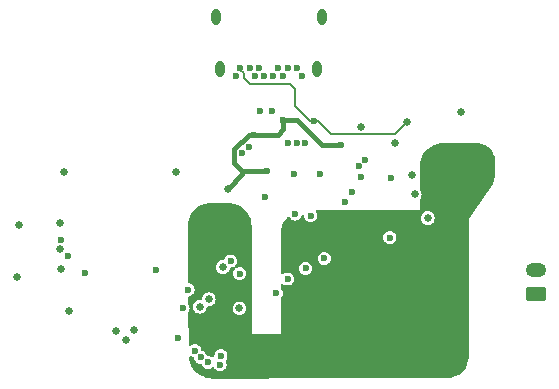
<source format=gbr>
%TF.GenerationSoftware,KiCad,Pcbnew,8.0.2*%
%TF.CreationDate,2025-05-18T14:56:39-07:00*%
%TF.ProjectId,PGS_USBW_Board,5047535f-5553-4425-975f-426f6172642e,rev?*%
%TF.SameCoordinates,Original*%
%TF.FileFunction,Copper,L3,Inr*%
%TF.FilePolarity,Positive*%
%FSLAX46Y46*%
G04 Gerber Fmt 4.6, Leading zero omitted, Abs format (unit mm)*
G04 Created by KiCad (PCBNEW 8.0.2) date 2025-05-18 14:56:39*
%MOMM*%
%LPD*%
G01*
G04 APERTURE LIST*
G04 Aperture macros list*
%AMRoundRect*
0 Rectangle with rounded corners*
0 $1 Rounding radius*
0 $2 $3 $4 $5 $6 $7 $8 $9 X,Y pos of 4 corners*
0 Add a 4 corners polygon primitive as box body*
4,1,4,$2,$3,$4,$5,$6,$7,$8,$9,$2,$3,0*
0 Add four circle primitives for the rounded corners*
1,1,$1+$1,$2,$3*
1,1,$1+$1,$4,$5*
1,1,$1+$1,$6,$7*
1,1,$1+$1,$8,$9*
0 Add four rect primitives between the rounded corners*
20,1,$1+$1,$2,$3,$4,$5,0*
20,1,$1+$1,$4,$5,$6,$7,0*
20,1,$1+$1,$6,$7,$8,$9,0*
20,1,$1+$1,$8,$9,$2,$3,0*%
G04 Aperture macros list end*
%TA.AperFunction,ComponentPad*%
%ADD10O,1.750000X1.200000*%
%TD*%
%TA.AperFunction,ComponentPad*%
%ADD11RoundRect,0.250000X0.625000X-0.350000X0.625000X0.350000X-0.625000X0.350000X-0.625000X-0.350000X0*%
%TD*%
%TA.AperFunction,ComponentPad*%
%ADD12C,0.600000*%
%TD*%
%TA.AperFunction,ComponentPad*%
%ADD13O,0.800000X1.400000*%
%TD*%
%TA.AperFunction,ViaPad*%
%ADD14C,0.600000*%
%TD*%
%TA.AperFunction,ViaPad*%
%ADD15C,0.650000*%
%TD*%
%TA.AperFunction,ViaPad*%
%ADD16C,1.000000*%
%TD*%
%TA.AperFunction,Conductor*%
%ADD17C,0.450000*%
%TD*%
%TA.AperFunction,Conductor*%
%ADD18C,0.200000*%
%TD*%
G04 APERTURE END LIST*
D10*
%TO.N,BATTERY_POS*%
%TO.C,J4*%
X89670000Y-39950000D03*
D11*
%TO.N,GND*%
X89670000Y-41950000D03*
%TD*%
D12*
%TO.N,GND*%
%TO.C,J2*%
X64274998Y-23511124D03*
%TO.N,+3.3V_PRE*%
X64674998Y-22811124D03*
%TO.N,N_CLOCK*%
X65474998Y-22811124D03*
%TO.N,VBUS_PRE*%
X65874998Y-23511124D03*
%TO.N,Net-(J2-CC2)*%
X66274998Y-22811124D03*
%TO.N,D+*%
X66674998Y-23511124D03*
%TO.N,D-*%
X67474998Y-23511124D03*
%TO.N,unconnected-(J2-SBU2-PadB8)*%
X67874998Y-22811124D03*
%TO.N,VBUS_PRE*%
X68274998Y-23511124D03*
%TO.N,N_LATCH*%
X68674998Y-22811124D03*
%TO.N,N_DATA*%
X69474998Y-22811124D03*
%TO.N,GND*%
X69874998Y-23511124D03*
D13*
X71204998Y-22921124D03*
X62944998Y-22921124D03*
X62584998Y-18521124D03*
X71564998Y-18521124D03*
%TD*%
D14*
%TO.N,N_LATCH_3.3*%
X70200000Y-39775000D03*
X61325000Y-47300000D03*
%TO.N,N_CLOCK_3.3*%
X68675000Y-40675000D03*
X60825000Y-46750000D03*
D15*
%TO.N,+3V3*%
X85200000Y-31730000D03*
D16*
X65000000Y-42100000D03*
D14*
X75075000Y-37250000D03*
D16*
X63400000Y-35025000D03*
D14*
X70950000Y-38775000D03*
D15*
X84620000Y-33090000D03*
D14*
%TO.N,WL_CLK*%
X50050000Y-38725000D03*
X60250000Y-41575000D03*
%TO.N,D-*%
X67350000Y-26450000D03*
D15*
%TO.N,GND*%
X54990000Y-45880000D03*
X55710000Y-44990000D03*
X45780000Y-40510000D03*
D14*
X71425000Y-31825000D03*
D15*
X49740000Y-31600000D03*
X59220000Y-31610000D03*
D14*
X66725000Y-33750000D03*
D15*
X64600000Y-43150000D03*
X49510000Y-39820000D03*
X79450000Y-33520000D03*
D14*
X73530000Y-34140000D03*
D15*
X61240000Y-43030000D03*
X77750000Y-29125000D03*
X54190000Y-45090000D03*
D14*
X77450000Y-32125000D03*
D15*
X74920000Y-27780000D03*
X49440000Y-35950000D03*
D14*
X70630000Y-35310000D03*
D15*
X45930000Y-36090000D03*
X62000000Y-42400000D03*
D14*
X67730000Y-41880000D03*
X74850000Y-32050000D03*
X69200000Y-31825000D03*
%TO.N,N_DATA_3.3*%
X71775000Y-38925000D03*
X61950000Y-47725000D03*
%TO.N,BTN_PWR*%
X77332536Y-37182766D03*
X59400000Y-45650000D03*
%TO.N,I2C1_SCL*%
X62950000Y-47925000D03*
X75200000Y-30575000D03*
%TO.N,WL_D*%
X49525000Y-37375000D03*
X63850000Y-39150000D03*
D15*
X50150000Y-43425000D03*
D14*
%TO.N,I2C1_SDA*%
X74700000Y-31100000D03*
X63025000Y-47175000D03*
%TO.N,WL_ON*%
X64625000Y-40225000D03*
X57500000Y-39950000D03*
%TO.N,WL_CS*%
X59825000Y-43150000D03*
X51500000Y-40150000D03*
%TO.N,D+*%
X66350000Y-26450000D03*
%TO.N,VBUS_PRE*%
X68300000Y-27250000D03*
D15*
X63650000Y-33025000D03*
D14*
X66931705Y-31531926D03*
X73226839Y-29326195D03*
X65858902Y-28447463D03*
%TO.N,+3.3V_PRE*%
X70878732Y-27265074D03*
D15*
X78800000Y-27350000D03*
D14*
%TO.N,N_DATA*%
X64850000Y-30000000D03*
X70188400Y-29193512D03*
%TO.N,N_LATCH*%
X65372391Y-29497588D03*
X69438400Y-29193512D03*
%TO.N,N_CLOCK*%
X68688400Y-29193512D03*
D15*
%TO.N,VBUS_SYS*%
X80550000Y-35525000D03*
X79175000Y-31875000D03*
X83350000Y-26500000D03*
D14*
%TO.N,SHARED_PU*%
X74135268Y-33319448D03*
X69322351Y-35183614D03*
D15*
%TO.N,Net-(P1A-DO)*%
X63200000Y-39675000D03*
X49375000Y-38175000D03*
%TD*%
D17*
%TO.N,VBUS_PRE*%
X65858902Y-28447463D02*
X67852537Y-28447463D01*
X69480000Y-27250000D02*
X68300000Y-27250000D01*
X64856926Y-31531926D02*
X66931705Y-31531926D01*
X64175000Y-30850000D02*
X64856926Y-31531926D01*
X68300000Y-28000000D02*
X68300000Y-27250000D01*
X65858902Y-28447463D02*
X65377537Y-28447463D01*
X71556195Y-29326195D02*
X69480000Y-27250000D01*
X64175000Y-29650000D02*
X64175000Y-30850000D01*
X67852537Y-28447463D02*
X68300000Y-28000000D01*
X64856926Y-31531926D02*
X64856926Y-31818074D01*
X65377537Y-28447463D02*
X64175000Y-29650000D01*
X73226839Y-29326195D02*
X71556195Y-29326195D01*
X64856926Y-31818074D02*
X63650000Y-33025000D01*
D18*
%TO.N,+3.3V_PRE*%
X65000000Y-23675000D02*
X65000000Y-23275000D01*
X65459933Y-24134933D02*
X65000000Y-23675000D01*
X69325000Y-26050000D02*
X69325000Y-24575000D01*
X64674998Y-22949998D02*
X64674998Y-22811124D01*
X70540074Y-27265074D02*
X69325000Y-26050000D01*
X71259118Y-27265074D02*
X72369044Y-28375000D01*
X65000000Y-23275000D02*
X64674998Y-22949998D01*
X77775000Y-28375000D02*
X78800000Y-27350000D01*
X70878732Y-27265074D02*
X71259118Y-27265074D01*
X70878732Y-27265074D02*
X70540074Y-27265074D01*
X72369044Y-28375000D02*
X77775000Y-28375000D01*
X68884933Y-24134933D02*
X65459933Y-24134933D01*
X69325000Y-24575000D02*
X68884933Y-24134933D01*
%TD*%
%TA.AperFunction,Conductor*%
%TO.N,+3V3*%
G36*
X84667353Y-29150381D02*
G01*
X84905027Y-29169087D01*
X84924237Y-29172130D01*
X85151308Y-29226644D01*
X85169799Y-29232652D01*
X85340825Y-29303494D01*
X85385545Y-29322018D01*
X85402882Y-29330852D01*
X85601985Y-29452862D01*
X85617718Y-29464292D01*
X85795301Y-29615962D01*
X85809037Y-29629698D01*
X85960705Y-29807279D01*
X85972137Y-29823014D01*
X86094147Y-30022117D01*
X86102981Y-30039454D01*
X86192344Y-30255193D01*
X86198357Y-30273699D01*
X86252868Y-30500758D01*
X86255912Y-30519976D01*
X86274618Y-30757646D01*
X86275000Y-30767375D01*
X86275000Y-31735790D01*
X86274635Y-31745303D01*
X86252188Y-32037020D01*
X86249277Y-32055822D01*
X86183559Y-32336013D01*
X86177806Y-32354150D01*
X86069996Y-32620986D01*
X86061536Y-32638027D01*
X85911725Y-32889337D01*
X85906540Y-32897322D01*
X84369244Y-35076563D01*
X84369239Y-35076572D01*
X84369232Y-35076582D01*
X84000000Y-35600000D01*
X84033195Y-41574999D01*
X84063807Y-47085295D01*
X84063538Y-47094172D01*
X84045515Y-47366515D01*
X84043079Y-47384096D01*
X83987280Y-47646733D01*
X83982358Y-47663787D01*
X83889636Y-47915758D01*
X83882330Y-47931934D01*
X83754579Y-48168091D01*
X83745037Y-48183059D01*
X83584882Y-48398548D01*
X83573302Y-48412000D01*
X83384011Y-48602425D01*
X83370628Y-48614085D01*
X83156103Y-48775522D01*
X83141194Y-48785153D01*
X82905807Y-48914313D01*
X82889674Y-48921716D01*
X82638260Y-49015943D01*
X82621236Y-49020967D01*
X82358937Y-49078335D01*
X82341370Y-49080876D01*
X82069140Y-49100525D01*
X82060265Y-49100847D01*
X74414732Y-49104065D01*
X71877320Y-49105134D01*
X62308508Y-49109162D01*
X62299748Y-49108854D01*
X62171884Y-49099810D01*
X62029726Y-49089755D01*
X62012299Y-49087270D01*
X61752029Y-49031062D01*
X61735131Y-49026134D01*
X61485450Y-48933642D01*
X61469419Y-48926371D01*
X61235352Y-48799458D01*
X61220513Y-48789991D01*
X61006764Y-48631205D01*
X60993414Y-48619731D01*
X60804314Y-48432289D01*
X60792724Y-48419042D01*
X60687710Y-48280250D01*
X60632060Y-48206699D01*
X60622470Y-48191957D01*
X60493489Y-47958998D01*
X60486082Y-47943041D01*
X60481804Y-47931798D01*
X60391395Y-47694184D01*
X60386319Y-47677330D01*
X60327820Y-47417563D01*
X60325182Y-47400168D01*
X60318500Y-47316222D01*
X60332803Y-47247835D01*
X60381810Y-47198035D01*
X60449962Y-47182635D01*
X60515620Y-47206525D01*
X60517595Y-47208010D01*
X60547375Y-47230861D01*
X60681291Y-47286330D01*
X60681292Y-47286330D01*
X60689143Y-47288434D01*
X60688355Y-47291371D01*
X60739012Y-47313762D01*
X60777501Y-47372075D01*
X60781898Y-47392273D01*
X60788670Y-47443707D01*
X60788671Y-47443712D01*
X60844137Y-47577622D01*
X60844138Y-47577624D01*
X60844139Y-47577625D01*
X60932379Y-47692621D01*
X61047375Y-47780861D01*
X61181291Y-47836330D01*
X61325000Y-47855250D01*
X61325241Y-47855250D01*
X61325436Y-47855307D01*
X61333059Y-47856311D01*
X61332902Y-47857499D01*
X61392280Y-47874935D01*
X61438035Y-47927739D01*
X61439802Y-47931798D01*
X61469137Y-48002622D01*
X61469138Y-48002624D01*
X61469139Y-48002625D01*
X61557379Y-48117621D01*
X61672375Y-48205861D01*
X61806291Y-48261330D01*
X61933280Y-48278048D01*
X61949999Y-48280250D01*
X61950000Y-48280250D01*
X61950001Y-48280250D01*
X61964977Y-48278278D01*
X62093709Y-48261330D01*
X62227625Y-48205861D01*
X62284110Y-48162517D01*
X62349279Y-48137323D01*
X62417724Y-48151361D01*
X62464180Y-48196185D01*
X62464192Y-48196177D01*
X62464251Y-48196254D01*
X62466983Y-48198890D01*
X62469138Y-48202623D01*
X62469139Y-48202625D01*
X62557379Y-48317621D01*
X62672375Y-48405861D01*
X62806291Y-48461330D01*
X62933280Y-48478048D01*
X62949999Y-48480250D01*
X62950000Y-48480250D01*
X62950001Y-48480250D01*
X62964977Y-48478278D01*
X63093709Y-48461330D01*
X63227625Y-48405861D01*
X63342621Y-48317621D01*
X63430861Y-48202625D01*
X63486330Y-48068709D01*
X63505250Y-47925000D01*
X63486330Y-47781291D01*
X63432161Y-47650515D01*
X63424693Y-47581047D01*
X63448348Y-47527577D01*
X63505860Y-47452626D01*
X63505859Y-47452626D01*
X63505861Y-47452625D01*
X63561330Y-47318709D01*
X63580250Y-47175000D01*
X63561330Y-47031291D01*
X63505861Y-46897375D01*
X63417621Y-46782379D01*
X63302625Y-46694139D01*
X63302624Y-46694138D01*
X63302622Y-46694137D01*
X63168712Y-46638671D01*
X63168710Y-46638670D01*
X63168709Y-46638670D01*
X63096854Y-46629210D01*
X63025001Y-46619750D01*
X63024999Y-46619750D01*
X62881291Y-46638670D01*
X62881287Y-46638671D01*
X62747377Y-46694137D01*
X62632379Y-46782379D01*
X62544137Y-46897377D01*
X62488671Y-47031287D01*
X62488670Y-47031291D01*
X62469750Y-47174999D01*
X62469750Y-47178481D01*
X62468918Y-47181311D01*
X62468689Y-47183058D01*
X62468416Y-47183022D01*
X62450065Y-47245520D01*
X62397261Y-47291275D01*
X62328103Y-47301219D01*
X62270264Y-47276857D01*
X62227625Y-47244139D01*
X62227623Y-47244138D01*
X62093712Y-47188671D01*
X62093710Y-47188670D01*
X62093709Y-47188670D01*
X61989877Y-47175000D01*
X61950001Y-47169750D01*
X61949760Y-47169750D01*
X61949564Y-47169692D01*
X61941942Y-47168689D01*
X61942098Y-47167500D01*
X61882721Y-47150065D01*
X61836966Y-47097261D01*
X61835199Y-47093203D01*
X61809552Y-47031287D01*
X61805861Y-47022375D01*
X61717621Y-46907379D01*
X61602625Y-46819139D01*
X61602624Y-46819138D01*
X61602622Y-46819137D01*
X61468708Y-46763669D01*
X61460858Y-46761566D01*
X61461643Y-46758636D01*
X61410951Y-46736206D01*
X61372484Y-46677879D01*
X61368102Y-46657731D01*
X61361330Y-46606291D01*
X61305861Y-46472375D01*
X61217621Y-46357379D01*
X61102625Y-46269139D01*
X61102624Y-46269138D01*
X61102622Y-46269137D01*
X60968712Y-46213671D01*
X60968710Y-46213670D01*
X60968709Y-46213670D01*
X60896854Y-46204210D01*
X60825001Y-46194750D01*
X60824999Y-46194750D01*
X60681291Y-46213670D01*
X60681287Y-46213671D01*
X60547377Y-46269137D01*
X60526809Y-46284919D01*
X60495167Y-46309199D01*
X60430000Y-46334393D01*
X60361555Y-46320355D01*
X60311565Y-46271541D01*
X60295686Y-46211863D01*
X60273049Y-43513518D01*
X60292170Y-43446321D01*
X60298653Y-43437017D01*
X60305861Y-43427625D01*
X60361330Y-43293709D01*
X60380250Y-43150000D01*
X60364451Y-43029999D01*
X60659534Y-43029999D01*
X60659534Y-43030000D01*
X60679312Y-43180234D01*
X60679313Y-43180236D01*
X60726316Y-43293712D01*
X60737302Y-43320233D01*
X60829549Y-43440451D01*
X60949767Y-43532698D01*
X61089764Y-43590687D01*
X61164882Y-43600576D01*
X61239999Y-43610466D01*
X61240000Y-43610466D01*
X61240001Y-43610466D01*
X61290078Y-43603873D01*
X61390236Y-43590687D01*
X61530233Y-43532698D01*
X61650451Y-43440451D01*
X61742698Y-43320233D01*
X61800687Y-43180236D01*
X61804668Y-43149999D01*
X64019534Y-43149999D01*
X64019534Y-43150000D01*
X64039312Y-43300234D01*
X64039313Y-43300236D01*
X64095958Y-43436990D01*
X64097302Y-43440233D01*
X64189549Y-43560451D01*
X64309767Y-43652698D01*
X64449764Y-43710687D01*
X64524882Y-43720576D01*
X64599999Y-43730466D01*
X64600000Y-43730466D01*
X64600001Y-43730466D01*
X64650078Y-43723873D01*
X64750236Y-43710687D01*
X64890233Y-43652698D01*
X65010451Y-43560451D01*
X65102698Y-43440233D01*
X65160687Y-43300236D01*
X65180466Y-43150000D01*
X65160687Y-42999764D01*
X65102698Y-42859767D01*
X65010451Y-42739549D01*
X64890233Y-42647302D01*
X64890229Y-42647300D01*
X64750236Y-42589313D01*
X64750234Y-42589312D01*
X64600001Y-42569534D01*
X64599999Y-42569534D01*
X64449765Y-42589312D01*
X64449763Y-42589313D01*
X64309770Y-42647300D01*
X64309767Y-42647301D01*
X64309767Y-42647302D01*
X64189549Y-42739549D01*
X64135145Y-42810450D01*
X64097300Y-42859770D01*
X64039313Y-42999763D01*
X64039312Y-42999765D01*
X64019534Y-43149999D01*
X61804668Y-43149999D01*
X61813750Y-43081012D01*
X61842015Y-43017119D01*
X61900339Y-42978647D01*
X61952871Y-42974261D01*
X62000000Y-42980466D01*
X62150236Y-42960687D01*
X62290233Y-42902698D01*
X62410451Y-42810451D01*
X62502698Y-42690233D01*
X62560687Y-42550236D01*
X62580466Y-42400000D01*
X62560687Y-42249764D01*
X62502698Y-42109767D01*
X62410451Y-41989549D01*
X62290233Y-41897302D01*
X62290229Y-41897300D01*
X62150236Y-41839313D01*
X62150234Y-41839312D01*
X62000001Y-41819534D01*
X61999999Y-41819534D01*
X61849765Y-41839312D01*
X61849763Y-41839313D01*
X61709770Y-41897300D01*
X61589549Y-41989549D01*
X61497300Y-42109770D01*
X61439313Y-42249763D01*
X61439313Y-42249764D01*
X61426250Y-42348985D01*
X61397983Y-42412881D01*
X61339659Y-42451352D01*
X61287126Y-42455738D01*
X61240001Y-42449534D01*
X61239999Y-42449534D01*
X61089765Y-42469312D01*
X61089763Y-42469313D01*
X60949770Y-42527300D01*
X60949767Y-42527301D01*
X60949767Y-42527302D01*
X60829549Y-42619549D01*
X60737470Y-42739549D01*
X60737300Y-42739770D01*
X60679313Y-42879763D01*
X60679312Y-42879765D01*
X60659534Y-43029999D01*
X60364451Y-43029999D01*
X60361330Y-43006291D01*
X60305861Y-42872375D01*
X60292519Y-42854987D01*
X60267325Y-42789821D01*
X60266900Y-42780572D01*
X60262352Y-42238404D01*
X60281473Y-42171206D01*
X60333891Y-42125010D01*
X60370154Y-42114431D01*
X60393709Y-42111330D01*
X60527625Y-42055861D01*
X60642621Y-41967621D01*
X60730861Y-41852625D01*
X60786330Y-41718709D01*
X60805250Y-41575000D01*
X60786330Y-41431291D01*
X60730861Y-41297375D01*
X60642621Y-41182379D01*
X60527625Y-41094139D01*
X60527624Y-41094138D01*
X60527622Y-41094137D01*
X60393712Y-41038671D01*
X60393710Y-41038670D01*
X60393709Y-41038670D01*
X60359034Y-41034104D01*
X60295138Y-41005838D01*
X60256668Y-40947513D01*
X60251226Y-40912214D01*
X60240847Y-39674999D01*
X62619534Y-39674999D01*
X62619534Y-39675000D01*
X62639312Y-39825234D01*
X62639313Y-39825236D01*
X62689905Y-39947377D01*
X62697302Y-39965233D01*
X62789549Y-40085451D01*
X62909767Y-40177698D01*
X63049764Y-40235687D01*
X63124882Y-40245576D01*
X63199999Y-40255466D01*
X63200000Y-40255466D01*
X63200001Y-40255466D01*
X63250078Y-40248873D01*
X63350236Y-40235687D01*
X63490233Y-40177698D01*
X63610451Y-40085451D01*
X63702698Y-39965233D01*
X63760687Y-39825236D01*
X63762767Y-39809434D01*
X63791033Y-39745538D01*
X63849357Y-39707066D01*
X63869518Y-39702680D01*
X63993709Y-39686330D01*
X64080318Y-39650455D01*
X64149784Y-39642987D01*
X64212264Y-39674262D01*
X64247916Y-39734351D01*
X64245423Y-39804176D01*
X64226144Y-39840503D01*
X64144139Y-39947374D01*
X64144138Y-39947376D01*
X64088671Y-40081287D01*
X64088670Y-40081291D01*
X64069750Y-40224999D01*
X64069750Y-40225000D01*
X64088670Y-40368708D01*
X64088671Y-40368712D01*
X64144137Y-40502622D01*
X64144138Y-40502624D01*
X64144139Y-40502625D01*
X64232379Y-40617621D01*
X64347375Y-40705861D01*
X64481291Y-40761330D01*
X64608280Y-40778048D01*
X64624999Y-40780250D01*
X64625000Y-40780250D01*
X64625001Y-40780250D01*
X64639977Y-40778278D01*
X64768709Y-40761330D01*
X64902625Y-40705861D01*
X65017621Y-40617621D01*
X65105861Y-40502625D01*
X65161330Y-40368709D01*
X65180250Y-40225000D01*
X65161330Y-40081291D01*
X65105861Y-39947375D01*
X65017621Y-39832379D01*
X64902625Y-39744139D01*
X64902624Y-39744138D01*
X64902622Y-39744137D01*
X64768712Y-39688671D01*
X64768710Y-39688670D01*
X64768709Y-39688670D01*
X64664877Y-39675000D01*
X64625001Y-39669750D01*
X64624999Y-39669750D01*
X64481293Y-39688669D01*
X64464232Y-39695736D01*
X64394681Y-39724544D01*
X64325213Y-39732012D01*
X64262734Y-39700736D01*
X64227082Y-39640647D01*
X64229577Y-39570822D01*
X64248856Y-39534495D01*
X64277340Y-39497375D01*
X64330861Y-39427625D01*
X64386330Y-39293709D01*
X64405250Y-39150000D01*
X64386330Y-39006291D01*
X64330861Y-38872375D01*
X64242621Y-38757379D01*
X64127625Y-38669139D01*
X64127624Y-38669138D01*
X64127622Y-38669137D01*
X63993712Y-38613671D01*
X63993710Y-38613670D01*
X63993709Y-38613670D01*
X63921854Y-38604210D01*
X63850001Y-38594750D01*
X63849999Y-38594750D01*
X63706291Y-38613670D01*
X63706287Y-38613671D01*
X63572377Y-38669137D01*
X63457379Y-38757379D01*
X63369137Y-38872377D01*
X63310560Y-39013799D01*
X63308390Y-39012900D01*
X63278285Y-39062290D01*
X63215437Y-39092818D01*
X63208052Y-39093434D01*
X63208058Y-39093473D01*
X63049764Y-39114313D01*
X63049763Y-39114313D01*
X62909770Y-39172300D01*
X62909767Y-39172301D01*
X62909767Y-39172302D01*
X62789549Y-39264549D01*
X62699135Y-39382379D01*
X62697300Y-39384770D01*
X62639313Y-39524763D01*
X62639312Y-39524765D01*
X62619534Y-39674999D01*
X60240847Y-39674999D01*
X60211956Y-36231216D01*
X60212201Y-36222330D01*
X60213264Y-36205581D01*
X60229528Y-35949369D01*
X60231925Y-35931749D01*
X60231936Y-35931696D01*
X60287211Y-35668432D01*
X60292100Y-35651352D01*
X60384491Y-35398649D01*
X60391773Y-35382443D01*
X60519369Y-35145557D01*
X60528890Y-35130565D01*
X60689072Y-34914363D01*
X60700651Y-34900878D01*
X60890092Y-34709840D01*
X60903490Y-34698140D01*
X61118326Y-34536163D01*
X61133255Y-34526504D01*
X61369053Y-34396931D01*
X61385193Y-34389515D01*
X61637122Y-34295002D01*
X61654152Y-34289974D01*
X61917008Y-34232478D01*
X61934591Y-34229936D01*
X62207413Y-34210319D01*
X62216306Y-34210000D01*
X63620572Y-34210000D01*
X63629418Y-34210316D01*
X63900790Y-34229724D01*
X63918291Y-34232241D01*
X64179803Y-34289129D01*
X64196762Y-34294108D01*
X64447524Y-34387638D01*
X64463616Y-34394987D01*
X64698501Y-34523244D01*
X64713375Y-34532802D01*
X64927624Y-34693188D01*
X64940994Y-34704774D01*
X65130225Y-34894005D01*
X65141811Y-34907375D01*
X65210765Y-34999487D01*
X65302193Y-35121619D01*
X65311758Y-35136503D01*
X65440011Y-35371382D01*
X65447361Y-35387475D01*
X65540888Y-35638229D01*
X65545872Y-35655205D01*
X65602757Y-35916702D01*
X65605275Y-35934214D01*
X65624684Y-36205581D01*
X65625000Y-36214427D01*
X65625000Y-45335000D01*
X68100000Y-45325000D01*
X68107103Y-42334635D01*
X68126945Y-42267650D01*
X68132700Y-42259485D01*
X68210861Y-42157625D01*
X68266330Y-42023709D01*
X68285250Y-41880000D01*
X68266330Y-41736291D01*
X68210861Y-41602375D01*
X68134879Y-41503354D01*
X68109686Y-41438186D01*
X68109257Y-41427613D01*
X68109830Y-41186365D01*
X68129673Y-41119379D01*
X68182586Y-41073750D01*
X68251768Y-41063970D01*
X68309314Y-41088289D01*
X68397375Y-41155861D01*
X68531291Y-41211330D01*
X68658280Y-41228048D01*
X68674999Y-41230250D01*
X68675000Y-41230250D01*
X68675001Y-41230250D01*
X68689977Y-41228278D01*
X68818709Y-41211330D01*
X68952625Y-41155861D01*
X69067621Y-41067621D01*
X69155861Y-40952625D01*
X69211330Y-40818709D01*
X69230250Y-40675000D01*
X69211330Y-40531291D01*
X69155861Y-40397375D01*
X69067621Y-40282379D01*
X68952625Y-40194139D01*
X68952624Y-40194138D01*
X68952622Y-40194137D01*
X68818712Y-40138671D01*
X68818710Y-40138670D01*
X68818709Y-40138670D01*
X68746854Y-40129210D01*
X68675001Y-40119750D01*
X68674999Y-40119750D01*
X68531291Y-40138670D01*
X68531287Y-40138671D01*
X68397376Y-40194138D01*
X68397374Y-40194139D01*
X68311750Y-40259841D01*
X68246581Y-40285035D01*
X68178136Y-40270997D01*
X68128147Y-40222182D01*
X68112265Y-40161176D01*
X68113182Y-39774999D01*
X69644750Y-39774999D01*
X69644750Y-39775000D01*
X69663670Y-39918708D01*
X69663671Y-39918712D01*
X69719137Y-40052622D01*
X69719138Y-40052624D01*
X69719139Y-40052625D01*
X69807379Y-40167621D01*
X69922375Y-40255861D01*
X69922376Y-40255861D01*
X69922377Y-40255862D01*
X69958917Y-40270997D01*
X70056291Y-40311330D01*
X70183280Y-40328048D01*
X70199999Y-40330250D01*
X70200000Y-40330250D01*
X70200001Y-40330250D01*
X70214977Y-40328278D01*
X70343709Y-40311330D01*
X70477625Y-40255861D01*
X70592621Y-40167621D01*
X70680861Y-40052625D01*
X70736330Y-39918709D01*
X70755250Y-39775000D01*
X70736330Y-39631291D01*
X70680861Y-39497375D01*
X70592621Y-39382379D01*
X70477625Y-39294139D01*
X70477624Y-39294138D01*
X70477622Y-39294137D01*
X70343712Y-39238671D01*
X70343710Y-39238670D01*
X70343709Y-39238670D01*
X70271854Y-39229210D01*
X70200001Y-39219750D01*
X70199999Y-39219750D01*
X70056291Y-39238670D01*
X70056287Y-39238671D01*
X69922377Y-39294137D01*
X69807379Y-39382379D01*
X69719137Y-39497377D01*
X69663671Y-39631287D01*
X69663670Y-39631291D01*
X69644750Y-39774999D01*
X68113182Y-39774999D01*
X68115201Y-38925000D01*
X71219750Y-38925000D01*
X71231322Y-39012900D01*
X71238670Y-39068708D01*
X71238671Y-39068712D01*
X71294137Y-39202622D01*
X71294138Y-39202624D01*
X71294139Y-39202625D01*
X71382379Y-39317621D01*
X71497375Y-39405861D01*
X71631291Y-39461330D01*
X71758280Y-39478048D01*
X71774999Y-39480250D01*
X71775000Y-39480250D01*
X71775001Y-39480250D01*
X71789977Y-39478278D01*
X71918709Y-39461330D01*
X72052625Y-39405861D01*
X72167621Y-39317621D01*
X72255861Y-39202625D01*
X72311330Y-39068709D01*
X72330250Y-38925000D01*
X72311330Y-38781291D01*
X72255861Y-38647375D01*
X72167621Y-38532379D01*
X72052625Y-38444139D01*
X72052624Y-38444138D01*
X72052622Y-38444137D01*
X71918712Y-38388671D01*
X71918710Y-38388670D01*
X71918709Y-38388670D01*
X71846854Y-38379210D01*
X71775001Y-38369750D01*
X71774999Y-38369750D01*
X71631291Y-38388670D01*
X71631287Y-38388671D01*
X71497377Y-38444137D01*
X71382379Y-38532379D01*
X71294137Y-38647377D01*
X71238671Y-38781287D01*
X71238670Y-38781291D01*
X71219750Y-38925000D01*
X68115201Y-38925000D01*
X68119340Y-37182765D01*
X76777286Y-37182765D01*
X76777286Y-37182766D01*
X76796206Y-37326474D01*
X76796207Y-37326478D01*
X76851673Y-37460388D01*
X76851674Y-37460390D01*
X76851675Y-37460391D01*
X76939915Y-37575387D01*
X77054911Y-37663627D01*
X77188827Y-37719096D01*
X77315816Y-37735814D01*
X77332535Y-37738016D01*
X77332536Y-37738016D01*
X77332537Y-37738016D01*
X77347513Y-37736044D01*
X77476245Y-37719096D01*
X77610161Y-37663627D01*
X77725157Y-37575387D01*
X77813397Y-37460391D01*
X77868866Y-37326475D01*
X77887786Y-37182766D01*
X77868866Y-37039057D01*
X77813397Y-36905141D01*
X77725157Y-36790145D01*
X77610161Y-36701905D01*
X77610160Y-36701904D01*
X77610158Y-36701903D01*
X77476248Y-36646437D01*
X77476246Y-36646436D01*
X77476245Y-36646436D01*
X77404390Y-36636976D01*
X77332537Y-36627516D01*
X77332535Y-36627516D01*
X77188827Y-36646436D01*
X77188823Y-36646437D01*
X77054913Y-36701903D01*
X76939915Y-36790145D01*
X76851673Y-36905143D01*
X76796207Y-37039053D01*
X76796206Y-37039057D01*
X76777286Y-37182765D01*
X68119340Y-37182765D01*
X68120250Y-36799654D01*
X68120585Y-36790852D01*
X68140579Y-36519923D01*
X68143131Y-36502446D01*
X68200468Y-36241454D01*
X68205478Y-36224514D01*
X68206298Y-36222330D01*
X68299320Y-35974315D01*
X68306685Y-35958263D01*
X68319190Y-35935450D01*
X68435133Y-35723930D01*
X68444691Y-35709107D01*
X68605145Y-35495392D01*
X68616720Y-35482069D01*
X68653107Y-35445768D01*
X68714467Y-35412358D01*
X68784153Y-35417425D01*
X68839058Y-35458068D01*
X68841488Y-35461235D01*
X68841490Y-35461239D01*
X68929730Y-35576235D01*
X69044726Y-35664475D01*
X69178642Y-35719944D01*
X69305631Y-35736662D01*
X69322350Y-35738864D01*
X69322351Y-35738864D01*
X69322352Y-35738864D01*
X69337328Y-35736892D01*
X69466060Y-35719944D01*
X69599976Y-35664475D01*
X69714972Y-35576235D01*
X69803212Y-35461239D01*
X69847274Y-35354860D01*
X69891113Y-35300461D01*
X69957407Y-35278395D01*
X70025106Y-35295674D01*
X70072717Y-35346810D01*
X70084773Y-35386130D01*
X70093670Y-35453708D01*
X70093671Y-35453712D01*
X70149137Y-35587622D01*
X70149138Y-35587624D01*
X70149139Y-35587625D01*
X70237379Y-35702621D01*
X70352375Y-35790861D01*
X70486291Y-35846330D01*
X70613280Y-35863048D01*
X70629999Y-35865250D01*
X70630000Y-35865250D01*
X70630001Y-35865250D01*
X70644977Y-35863278D01*
X70773709Y-35846330D01*
X70907625Y-35790861D01*
X71022621Y-35702621D01*
X71110861Y-35587625D01*
X71136801Y-35524999D01*
X79969534Y-35524999D01*
X79969534Y-35525000D01*
X79989312Y-35675234D01*
X79989313Y-35675236D01*
X80037206Y-35790861D01*
X80047302Y-35815233D01*
X80139549Y-35935451D01*
X80259767Y-36027698D01*
X80399764Y-36085687D01*
X80474882Y-36095576D01*
X80549999Y-36105466D01*
X80550000Y-36105466D01*
X80550001Y-36105466D01*
X80600078Y-36098873D01*
X80700236Y-36085687D01*
X80840233Y-36027698D01*
X80960451Y-35935451D01*
X81052698Y-35815233D01*
X81110687Y-35675236D01*
X81130466Y-35525000D01*
X81110687Y-35374764D01*
X81052698Y-35234767D01*
X80960451Y-35114549D01*
X80840233Y-35022302D01*
X80840229Y-35022300D01*
X80700236Y-34964313D01*
X80700234Y-34964312D01*
X80550001Y-34944534D01*
X80549999Y-34944534D01*
X80399765Y-34964312D01*
X80399763Y-34964313D01*
X80259770Y-35022300D01*
X80259767Y-35022301D01*
X80259767Y-35022302D01*
X80189053Y-35076563D01*
X80139549Y-35114549D01*
X80047300Y-35234770D01*
X79989313Y-35374763D01*
X79989312Y-35374765D01*
X79969534Y-35524999D01*
X71136801Y-35524999D01*
X71166330Y-35453709D01*
X71185250Y-35310000D01*
X71166330Y-35166291D01*
X71110861Y-35032375D01*
X71110860Y-35032374D01*
X71110860Y-35032373D01*
X71085625Y-34999487D01*
X71060430Y-34934318D01*
X71074468Y-34865873D01*
X71123282Y-34815883D01*
X71184000Y-34800000D01*
X77866134Y-34800000D01*
X79875000Y-34800000D01*
X79871091Y-33916584D01*
X79952698Y-33810233D01*
X80010687Y-33670236D01*
X80030466Y-33520000D01*
X80010687Y-33369764D01*
X79952698Y-33229767D01*
X79874446Y-33127787D01*
X79867521Y-33109876D01*
X79858908Y-31163264D01*
X79859186Y-31154427D01*
X79877500Y-30882200D01*
X79879951Y-30864652D01*
X79935999Y-30602181D01*
X79940936Y-30585141D01*
X80033861Y-30333373D01*
X80041179Y-30317211D01*
X80169087Y-30081274D01*
X80178634Y-30066328D01*
X80338902Y-29851063D01*
X80350480Y-29837634D01*
X80539838Y-29647437D01*
X80553217Y-29635798D01*
X80630166Y-29577976D01*
X80767781Y-29474570D01*
X80782671Y-29464967D01*
X81018053Y-29336008D01*
X81034162Y-29328627D01*
X81285535Y-29234582D01*
X81302544Y-29229573D01*
X81564764Y-29172365D01*
X81582301Y-29169836D01*
X81854435Y-29150317D01*
X81863306Y-29150000D01*
X84657625Y-29150000D01*
X84667353Y-29150381D01*
G37*
%TD.AperFunction*%
%TD*%
M02*

</source>
